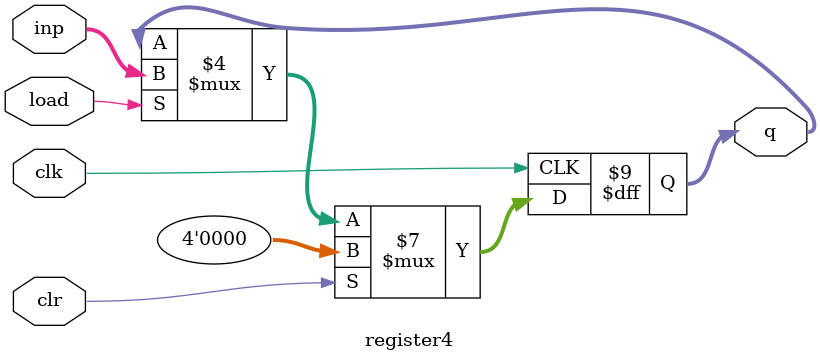
<source format=v>
module register4(load, clk, clr, inp, q);
	input load, clr, clk;
    input [4-1 : 0] inp;
	output reg [4-1 : 0] q;

	always @(posedge clk)
		if (clr == 1)
			q <= 0;
		else if (load == 1)
			q <= inp;
endmodule

</source>
